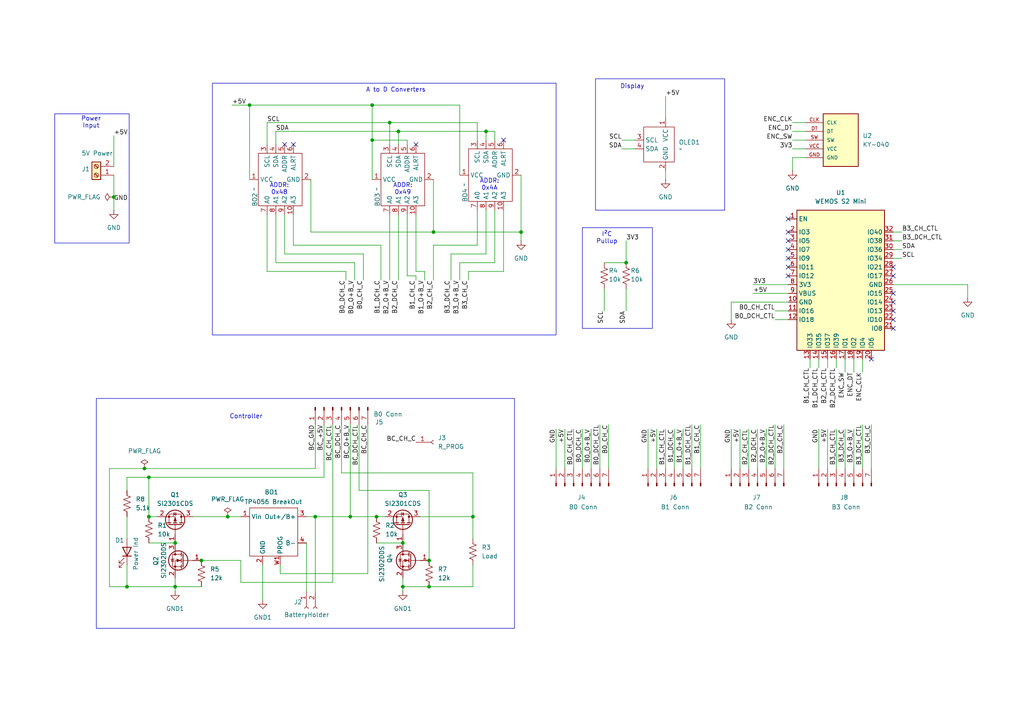
<source format=kicad_sch>
(kicad_sch (version 20231120) (generator "eeschema") (generator_version "8.0")
  (paper "A4")
  (lib_symbols
    (symbol "ADC_Modules:ADS1115_BO"
      (property "Reference" "BO" (at 4.318 -2.54 0))
      (symbol "ADS1115_BO_0_1"
        (rectangle (start -7.62 -3.81) (end 7.62 -16.51))
      )
      (symbol "ADS1115_BO_1_1"
        (pin power_in line (at 0 -1.27 270) (length 2.54) (name "VCC") (number "1"))
        (pin input line (at 10.16 -13.97 180) (length 2.54) (name "A3") (number "10"))
        (pin power_in line (at 0 -19.05 90) (length 2.54) (name "GND") (number "2"))
        (pin passive line (at -10.16 -6.35 0) (length 2.54) (name "SCL") (number "3"))
        (pin passive line (at -10.16 -8.89 0) (length 2.54) (name "SDA") (number "4"))
        (pin passive line (at -10.16 -11.43 0) (length 2.54) (name "ADDR") (number "5"))
        (pin passive line (at -10.16 -13.97 0) (length 2.54) (name "ALRT") (number "6"))
        (pin input line (at 10.16 -6.35 180) (length 2.54) (name "A0") (number "7"))
        (pin input line (at 10.16 -8.89 180) (length 2.54) (name "A1") (number "8"))
        (pin input line (at 10.16 -11.43 180) (length 2.54) (name "A2") (number "9"))
      )
    )
    (symbol "Connector:Conn_01x01_Socket" (pin_names (offset 1.016) hide)
      (property "Reference" "J" (at 0 2.54 0))
      (property "Value" "Conn_01x01_Socket" (at 0 -2.54 0))
      (symbol "Conn_01x01_Socket_1_1"
        (polyline (pts (xy -1.27 0) (xy -0.508 0)) (stroke (width 0.1524)))
        (arc (start 0 0.508) (mid -0.5058 0) (end 0 -0.508) (stroke (width 0.1524)))
        (pin passive line (at -5.08 0 0) (length 3.81) (name "Pin_1") (number "1"))
      )
    )
    (symbol "Connector:Conn_01x02_Socket" (pin_names (offset 1.016) hide)
      (property "Reference" "J" (at 0 2.54 0))
      (property "Value" "Conn_01x02_Socket" (at 0 -5.08 0))
      (symbol "Conn_01x02_Socket_1_1"
        (arc (start 0 -2.032) (mid -0.5058 -2.54) (end 0 -3.048) (stroke (width 0.1524)))
        (polyline (pts (xy -1.27 -2.54) (xy -0.508 -2.54)) (stroke (width 0.1524)))
        (polyline (pts (xy -1.27 0) (xy -0.508 0)) (stroke (width 0.1524)))
        (arc (start 0 0.508) (mid -0.5058 0) (end 0 -0.508) (stroke (width 0.1524)))
        (pin passive line (at -5.08 0 0) (length 3.81) (name "Pin_1") (number "1"))
        (pin passive line (at -5.08 -2.54 0) (length 3.81) (name "Pin_2") (number "2"))
      )
    )
    (symbol "Connector:Conn_01x07_Pin" (pin_names (offset 1.016) hide)
      (property "Reference" "J" (at 0 10.16 0))
      (property "Value" "Conn_01x07_Pin" (at 0 -10.16 0))
      (symbol "Conn_01x07_Pin_1_1"
        (polyline (pts (xy 1.27 -7.62) (xy 0.8636 -7.62)) (stroke (width 0.1524)))
        (polyline (pts (xy 1.27 -5.08) (xy 0.8636 -5.08)) (stroke (width 0.1524)))
        (polyline (pts (xy 1.27 -2.54) (xy 0.8636 -2.54)) (stroke (width 0.1524)))
        (polyline (pts (xy 1.27 0) (xy 0.8636 0)) (stroke (width 0.1524)))
        (polyline (pts (xy 1.27 2.54) (xy 0.8636 2.54)) (stroke (width 0.1524)))
        (polyline (pts (xy 1.27 5.08) (xy 0.8636 5.08)) (stroke (width 0.1524)))
        (polyline (pts (xy 1.27 7.62) (xy 0.8636 7.62)) (stroke (width 0.1524)))
        (rectangle (start 0.8636 -7.493) (end 0 -7.747) (stroke (width 0.1524)) (fill (type outline)))
        (rectangle (start 0.8636 -4.953) (end 0 -5.207) (stroke (width 0.1524)) (fill (type outline)))
        (rectangle (start 0.8636 -2.413) (end 0 -2.667) (stroke (width 0.1524)) (fill (type outline)))
        (rectangle (start 0.8636 0.127) (end 0 -0.127) (stroke (width 0.1524)) (fill (type outline)))
        (rectangle (start 0.8636 2.667) (end 0 2.413) (stroke (width 0.1524)) (fill (type outline)))
        (rectangle (start 0.8636 5.207) (end 0 4.953) (stroke (width 0.1524)) (fill (type outline)))
        (rectangle (start 0.8636 7.747) (end 0 7.493) (stroke (width 0.1524)) (fill (type outline)))
        (pin passive line (at 5.08 7.62 180) (length 3.81) (name "Pin_1") (number "1"))
        (pin passive line (at 5.08 5.08 180) (length 3.81) (name "Pin_2") (number "2"))
        (pin passive line (at 5.08 2.54 180) (length 3.81) (name "Pin_3") (number "3"))
        (pin passive line (at 5.08 0 180) (length 3.81) (name "Pin_4") (number "4"))
        (pin passive line (at 5.08 -2.54 180) (length 3.81) (name "Pin_5") (number "5"))
        (pin passive line (at 5.08 -5.08 180) (length 3.81) (name "Pin_6") (number "6"))
        (pin passive line (at 5.08 -7.62 180) (length 3.81) (name "Pin_7") (number "7"))
      )
    )
    (symbol "Connector:Screw_Terminal_01x02" (pin_names (offset 1.016) hide)
      (property "Reference" "J" (at 0 2.54 0))
      (property "Value" "Screw_Terminal_01x02" (at 0 -5.08 0))
      (symbol "Screw_Terminal_01x02_1_1"
        (rectangle (start -1.27 1.27) (end 1.27 -3.81) (stroke (width 0.254)) (fill (type background)))
        (circle (center 0 -2.54) (radius 0.635) (stroke (width 0.1524)))
        (polyline (pts (xy -0.5334 -2.2098) (xy 0.3302 -3.048)) (stroke (width 0.1524)))
        (polyline (pts (xy -0.5334 0.3302) (xy 0.3302 -0.508)) (stroke (width 0.1524)))
        (polyline (pts (xy -0.3556 -2.032) (xy 0.508 -2.8702)) (stroke (width 0.1524)))
        (polyline (pts (xy -0.3556 0.508) (xy 0.508 -0.3302)) (stroke (width 0.1524)))
        (circle (center 0 0) (radius 0.635) (stroke (width 0.1524)))
        (pin passive line (at -5.08 0 0) (length 3.81) (name "Pin_1") (number "1"))
        (pin passive line (at -5.08 -2.54 0) (length 3.81) (name "Pin_2") (number "2"))
      )
    )
    (symbol "Device:LED" (pin_numbers hide) (pin_names (offset 1.016) hide)
      (property "Reference" "D" (at 0 2.54 0))
      (property "Value" "LED" (at 0 -2.54 0))
      (symbol "LED_0_1"
        (polyline (pts (xy -1.27 -1.27) (xy -1.27 1.27)) (stroke (width 0.254)))
        (polyline (pts (xy -1.27 0) (xy 1.27 0)))
        (polyline (pts (xy 1.27 -1.27) (xy 1.27 1.27) (xy -1.27 0) (xy 1.27 -1.27)) (stroke (width 0.254)))
        (polyline (pts (xy -3.048 -0.762) (xy -4.572 -2.286) (xy -3.81 -2.286) (xy -4.572 -2.286) (xy -4.572 -1.524)))
        (polyline (pts (xy -1.778 -0.762) (xy -3.302 -2.286) (xy -2.54 -2.286) (xy -3.302 -2.286) (xy -3.302 -1.524)))
      )
      (symbol "LED_1_1"
        (pin passive line (at -3.81 0 0) (length 2.54) (name "K") (number "1"))
        (pin passive line (at 3.81 0 180) (length 2.54) (name "A") (number "2"))
      )
    )
    (symbol "Device:Q_NMOS_GSD" (pin_names (offset 0) hide)
      (property "Reference" "Q" (at 5.08 1.27 0))
      (property "Value" "Q_NMOS_GSD" (at 5.08 -1.27 0))
      (symbol "Q_NMOS_GSD_0_1"
        (polyline (pts (xy 0.254 0) (xy -2.54 0)))
        (polyline (pts (xy 0.254 1.905) (xy 0.254 -1.905)) (stroke (width 0.254)))
        (polyline (pts (xy 0.762 -1.27) (xy 0.762 -2.286)) (stroke (width 0.254)))
        (polyline (pts (xy 0.762 0.508) (xy 0.762 -0.508)) (stroke (width 0.254)))
        (polyline (pts (xy 0.762 2.286) (xy 0.762 1.27)) (stroke (width 0.254)))
        (polyline (pts (xy 2.54 2.54) (xy 2.54 1.778)))
        (polyline (pts (xy 2.54 -2.54) (xy 2.54 0) (xy 0.762 0)))
        (polyline (pts (xy 0.762 -1.778) (xy 3.302 -1.778) (xy 3.302 1.778) (xy 0.762 1.778)))
        (polyline (pts (xy 1.016 0) (xy 2.032 0.381) (xy 2.032 -0.381) (xy 1.016 0)) (fill (type outline)))
        (polyline (pts (xy 2.794 0.508) (xy 2.921 0.381) (xy 3.683 0.381) (xy 3.81 0.254)))
        (polyline (pts (xy 3.302 0.381) (xy 2.921 -0.254) (xy 3.683 -0.254) (xy 3.302 0.381)))
        (circle (center 1.651 0) (radius 2.794) (stroke (width 0.254)))
        (circle (center 2.54 -1.778) (radius 0.254) (fill (type outline)))
        (circle (center 2.54 1.778) (radius 0.254) (fill (type outline)))
      )
      (symbol "Q_NMOS_GSD_1_1"
        (pin input line (at -5.08 0 0) (length 2.54) (name "G") (number "1"))
        (pin passive line (at 2.54 -5.08 90) (length 2.54) (name "S") (number "2"))
        (pin passive line (at 2.54 5.08 270) (length 2.54) (name "D") (number "3"))
      )
    )
    (symbol "Device:Q_PMOS_GSD" (pin_names (offset 0) hide)
      (property "Reference" "Q" (at 5.08 1.27 0))
      (property "Value" "Q_PMOS_GSD" (at 5.08 -1.27 0))
      (symbol "Q_PMOS_GSD_0_1"
        (polyline (pts (xy 0.254 0) (xy -2.54 0)))
        (polyline (pts (xy 0.254 1.905) (xy 0.254 -1.905)) (stroke (width 0.254)))
        (polyline (pts (xy 0.762 -1.27) (xy 0.762 -2.286)) (stroke (width 0.254)))
        (polyline (pts (xy 0.762 0.508) (xy 0.762 -0.508)) (stroke (width 0.254)))
        (polyline (pts (xy 0.762 2.286) (xy 0.762 1.27)) (stroke (width 0.254)))
        (polyline (pts (xy 2.54 2.54) (xy 2.54 1.778)))
        (polyline (pts (xy 2.54 -2.54) (xy 2.54 0) (xy 0.762 0)))
        (polyline (pts (xy 0.762 1.778) (xy 3.302 1.778) (xy 3.302 -1.778) (xy 0.762 -1.778)))
        (polyline (pts (xy 2.286 0) (xy 1.27 0.381) (xy 1.27 -0.381) (xy 2.286 0)) (fill (type outline)))
        (polyline (pts (xy 2.794 -0.508) (xy 2.921 -0.381) (xy 3.683 -0.381) (xy 3.81 -0.254)))
        (polyline (pts (xy 3.302 -0.381) (xy 2.921 0.254) (xy 3.683 0.254) (xy 3.302 -0.381)))
        (circle (center 1.651 0) (radius 2.794) (stroke (width 0.254)))
        (circle (center 2.54 -1.778) (radius 0.254) (fill (type outline)))
        (circle (center 2.54 1.778) (radius 0.254) (fill (type outline)))
      )
      (symbol "Q_PMOS_GSD_1_1"
        (pin input line (at -5.08 0 0) (length 2.54) (name "G") (number "1"))
        (pin passive line (at 2.54 -5.08 90) (length 2.54) (name "S") (number "2"))
        (pin passive line (at 2.54 5.08 270) (length 2.54) (name "D") (number "3"))
      )
    )
    (symbol "Device:R_US" (pin_numbers hide) (pin_names (offset 0))
      (property "Reference" "R" (at 2.54 0 90))
      (property "Value" "R_US" (at -2.54 0 90))
      (symbol "R_US_0_1"
        (polyline (pts (xy 0 -2.286) (xy 0 -2.54)))
        (polyline (pts (xy 0 2.286) (xy 0 2.54)))
        (polyline (pts (xy 0 -0.762) (xy 1.016 -1.143) (xy 0 -1.524) (xy -1.016 -1.905) (xy 0 -2.286)))
        (polyline (pts (xy 0 0.762) (xy 1.016 0.381) (xy 0 0) (xy -1.016 -0.381) (xy 0 -0.762)))
        (polyline (pts (xy 0 2.286) (xy 1.016 1.905) (xy 0 1.524) (xy -1.016 1.143) (xy 0 0.762)))
      )
      (symbol "R_US_1_1"
        (pin passive line (at 0 3.81 270) (length 1.27) (name "~") (number "1"))
        (pin passive line (at 0 -3.81 90) (length 1.27) (name "~") (number "2"))
      )
    )
    (symbol "Display_Module:SSD13306_OLED_128x64"
      (property "Reference" "OLED" (at -4.826 6.096 0))
      (symbol "SSD13306_OLED_128x64_0_1"
        (rectangle (start 2.54 -5.08) (end -6.35 5.08))
      )
      (symbol "SSD13306_OLED_128x64_0_2"
        (rectangle (start -6.35 5.08) (end 2.54 -5.08))
      )
      (symbol "SSD13306_OLED_128x64_1_1"
        (pin power_in line (at 0 -7.62 90) (length 2.54) (name "GND") (number "1"))
        (pin power_in line (at 0 7.62 270) (length 2.54) (name "VCC") (number "2"))
        (pin bidirectional line (at -8.89 1.27 0) (length 2.54) (name "SCL") (number "3"))
        (pin bidirectional line (at -8.89 -1.27 0) (length 2.54) (name "SDA") (number "4"))
      )
      (symbol "SSD13306_OLED_128x64_1_2"
        (pin power_in line (at 0 7.62 270) (length 2.54) (name "VCC") (number "1"))
        (pin power_in line (at 0 -7.62 90) (length 2.54) (name "GND") (number "2"))
        (pin bidirectional line (at -8.89 1.27 0) (length 2.54) (name "SCL") (number "3"))
        (pin bidirectional line (at -8.89 -1.27 0) (length 2.54) (name "SDA") (number "4"))
      )
    )
    (symbol "LiPo_Charger_Board:TP4056_BreakOut_2"
      (property "Reference" "BO" (at -3.81 6.35 0))
      (property "Value" "TP4056 BreakOut" (at 9.906 6.35 0))
      (property "Footprint" "LiPo_Charger_Board:TP4056_BreakOut_2" (at 3.302 -18.542 0))
      (symbol "TP4056_BreakOut_2_0_1"
        (rectangle (start -6.35 5.08) (end 7.62 -8.89))
      )
      (symbol "TP4056_BreakOut_2_1_1"
        (pin power_in line (at -8.89 2.54 0) (length 2.54) (name "Vin") (number "1"))
        (pin power_in line (at -2.54 -11.43 90) (length 2.54) (name "GND") (number "2"))
        (pin power_out line (at 10.16 2.54 180) (length 2.54) (name "Out+/B+") (number "3"))
        (pin power_out line (at 10.16 -5.08 180) (length 2.54) (name "B-") (number "4"))
        (pin passive line (at 2.54 -11.43 90) (length 2.54) (name "PROG") (number "W1"))
      )
    )
    (symbol "MCU_Modules:WEMOS-S2-MINI"
      (property "Reference" "U" (at -11.43 29.21 0))
      (property "Value" "WEMOS S2 Mini" (at 12.7 29.21 0))
      (symbol "WEMOS-S2-MINI_0_1"
        (rectangle (start -12.7 27.94) (end 12.7 -12.7) (stroke (width 0.254)) (fill (type background)))
      )
      (symbol "WEMOS-S2-MINI_1_1"
        (pin input line (at -15.24 25.4 0) (length 2.54) (name "EN") (number "1"))
        (pin power_in line (at -15.24 1.27 0) (length 2.54) (name "GND") (number "10"))
        (pin bidirectional line (at -15.24 -1.27 0) (length 2.54) (name "IO16") (number "11"))
        (pin bidirectional line (at -15.24 -3.81 0) (length 2.54) (name "IO18") (number "12"))
        (pin bidirectional line (at -8.89 -15.24 90) (length 2.54) (name "IO33") (number "13"))
        (pin bidirectional line (at -6.35 -15.24 90) (length 2.54) (name "IO35") (number "14"))
        (pin bidirectional line (at -3.81 -15.24 90) (length 2.54) (name "IO37") (number "15"))
        (pin bidirectional line (at -1.27 -15.24 90) (length 2.54) (name "IO39") (number "16"))
        (pin bidirectional line (at 1.27 -15.24 90) (length 2.54) (name "IO1") (number "17"))
        (pin bidirectional line (at 3.81 -15.24 90) (length 2.54) (name "IO2") (number "18"))
        (pin bidirectional line (at 6.35 -15.24 90) (length 2.54) (name "IO4") (number "19"))
        (pin bidirectional line (at -15.24 21.59 0) (length 2.54) (name "IO3") (number "2"))
        (pin bidirectional line (at 8.89 -15.24 90) (length 2.54) (name "IO6") (number "20"))
        (pin bidirectional line (at 15.24 -6.35 180) (length 2.54) (name "IO8") (number "21"))
        (pin bidirectional line (at 15.24 -3.81 180) (length 2.54) (name "IO10") (number "22"))
        (pin bidirectional line (at 15.24 -1.27 180) (length 2.54) (name "IO13") (number "23"))
        (pin bidirectional line (at 15.24 1.27 180) (length 2.54) (name "IO14") (number "24"))
        (pin bidirectional line (at 15.24 3.81 180) (length 2.54) (name "IO15") (number "25"))
        (pin power_in line (at 15.24 6.35 180) (length 2.54) (name "GND") (number "26"))
        (pin bidirectional line (at 15.24 8.89 180) (length 2.54) (name "IO17") (number "27"))
        (pin bidirectional line (at 15.24 11.43 180) (length 2.54) (name "IO21") (number "28"))
        (pin bidirectional line (at 15.24 13.97 180) (length 2.54) (name "IO34") (number "29"))
        (pin bidirectional line (at -15.24 19.05 0) (length 2.54) (name "IO5") (number "3"))
        (pin bidirectional line (at 15.24 16.51 180) (length 2.54) (name "IO36") (number "30"))
        (pin bidirectional line (at 15.24 19.05 180) (length 2.54) (name "IO38") (number "31"))
        (pin bidirectional line (at 15.24 21.59 180) (length 2.54) (name "IO40") (number "32"))
        (pin bidirectional line (at -15.24 16.51 0) (length 2.54) (name "IO7") (number "4"))
        (pin bidirectional line (at -15.24 13.97 0) (length 2.54) (name "IO9") (number "5"))
        (pin bidirectional line (at -15.24 11.43 0) (length 2.54) (name "IO11") (number "6"))
        (pin bidirectional line (at -15.24 8.89 0) (length 2.54) (name "IO12") (number "7"))
        (pin power_out line (at -15.24 6.35 0) (length 2.54) (name "3V3") (number "8"))
        (pin power_out line (at -15.24 3.81 0) (length 2.54) (name "VBUS") (number "9"))
      )
    )
    (symbol "RotaryEncoders:KY-040" (pin_names (offset 1.016))
      (property "Reference" "U" (at -5.08 10.16 0))
      (property "Value" "KY-040" (at -5.08 -12.7 0))
      (symbol "KY-040_0_0"
        (rectangle (start -5.08 -7.62) (end 5.08 7.62) (stroke (width 0.254)) (fill (type background)))
        (pin output line (at -10.16 5.08 0) (length 5.08) (name "CLK") (number "CLK"))
        (pin output line (at -10.16 2.54 0) (length 5.08) (name "DT") (number "DT"))
        (pin power_in line (at -10.16 -5.08 0) (length 5.08) (name "GND") (number "GND"))
        (pin output line (at -10.16 0 0) (length 5.08) (name "SW") (number "SW"))
        (pin power_in line (at -10.16 -2.54 0) (length 5.08) (name "VCC") (number "VCC"))
      )
    )
    (symbol "power:GND" (power) (pin_numbers hide) (pin_names (offset 0) hide)
      (property "Value" "GND" (at 0 -3.81 0))
      (symbol "GND_0_1"
        (polyline (pts (xy 0 0) (xy 0 -1.27) (xy 1.27 -1.27) (xy 0 -2.54) (xy -1.27 -1.27) (xy 0 -1.27)))
      )
      (symbol "GND_1_1"
        (pin power_in line (at 0 0 270) (length 0) (name "~") (number "1"))
      )
    )
    (symbol "power:GND1" (power) (pin_numbers hide) (pin_names (offset 0) hide)
      (property "Value" "GND1" (at 0 -3.81 0))
      (symbol "GND1_0_1"
        (polyline (pts (xy 0 0) (xy 0 -1.27) (xy 1.27 -1.27) (xy 0 -2.54) (xy -1.27 -1.27) (xy 0 -1.27)))
      )
      (symbol "GND1_1_1"
        (pin power_in line (at 0 0 270) (length 0) (name "~") (number "1"))
      )
    )
    (symbol "power:PWR_FLAG" (power) (pin_numbers hide) (pin_names (offset 0) hide)
      (property "Value" "PWR_FLAG" (at 0 3.81 0))
      (symbol "PWR_FLAG_0_0"
        (pin power_out line (at 0 0 90) (length 0) (name "~") (number "1"))
      )
      (symbol "PWR_FLAG_0_1"
        (polyline (pts (xy 0 0) (xy 0 1.27) (xy -1.016 1.905) (xy 0 2.54) (xy 1.016 1.905) (xy 0 1.27)))
      )
    )
  )
  (junction (at 72.39 30.48))
  (junction (at 181.61 76.2))
  (junction (at 137.16 149.86))
  (junction (at 107.95 40.64))
  (junction (at 107.95 30.48))
  (junction (at 140.97 38.1))
  (junction (at 41.91 135.89))
  (junction (at 125.73 67.31))
  (junction (at 116.84 170.18))
  (junction (at 58.42 162.56))
  (junction (at 116.84 157.48))
  (junction (at 50.8 170.18))
  (junction (at 66.04 149.86))
  (junction (at 124.46 162.56))
  (junction (at 36.83 170.18))
  (junction (at 33.02 57.15))
  (junction (at 124.46 170.18))
  (junction (at 43.18 138.43))
  (junction (at 113.03 35.56))
  (junction (at 151.13 67.31))
  (junction (at 109.22 149.86))
  (junction (at 101.6 149.86))
  (junction (at 115.57 38.1))
  (junction (at 50.8 157.48))
  (junction (at 43.18 149.86))
  (junction (at 91.44 149.86))
  (no_connect (at 85.09 41.91))
  (no_connect (at 120.65 41.91))
  (no_connect (at 228.6 69.85))
  (no_connect (at 228.6 74.93))
  (no_connect (at 259.08 90.17))
  (no_connect (at 259.08 80.01))
  (no_connect (at 259.08 95.25))
  (no_connect (at 259.08 87.63))
  (no_connect (at 259.08 92.71))
  (no_connect (at 82.55 41.91))
  (no_connect (at 228.6 72.39))
  (no_connect (at 259.08 85.09))
  (no_connect (at 252.73 104.14))
  (no_connect (at 228.6 77.47))
  (no_connect (at 228.6 67.31))
  (no_connect (at 228.6 80.01))
  (no_connect (at 259.08 77.47))
  (no_connect (at 146.05 40.64))
  (no_connect (at 228.6 63.5))
  (wire (pts (xy 91.44 149.86) (xy 101.6 149.86)))
  (wire (pts (xy 88.9 157.48) (xy 88.9 171.45)))
  (wire (pts (xy 109.22 157.48) (xy 116.84 157.48)))
  (wire (pts (xy 69.85 162.56) (xy 69.85 168.91)))
  (wire (pts (xy 76.2 163.83) (xy 76.2 173.99)))
  (wire (pts (xy 218.44 82.55) (xy 228.6 82.55)))
  (wire (pts (xy 222.25 124.46) (xy 222.25 135.89)))
  (wire (pts (xy 36.83 156.21) (xy 36.83 149.86)))
  (wire (pts (xy 138.43 71.12) (xy 125.73 71.12)))
  (wire (pts (xy 81.28 163.83) (xy 81.28 166.37)))
  (wire (pts (xy 55.88 149.86) (xy 66.04 149.86)))
  (wire (pts (xy 58.42 162.56) (xy 69.85 162.56)))
  (wire (pts (xy 90.17 67.31) (xy 125.73 67.31)))
  (wire (pts (xy 125.73 52.07) (xy 125.73 67.31)))
  (wire (pts (xy 212.09 124.46) (xy 212.09 135.89)))
  (wire (pts (xy 245.11 104.14) (xy 245.11 107.95)))
  (wire (pts (xy 115.57 38.1) (xy 140.97 38.1)))
  (wire (pts (xy 85.09 71.12) (xy 85.09 62.23)))
  (wire (pts (xy 180.34 40.64) (xy 184.15 40.64)))
  (wire (pts (xy 180.34 43.18) (xy 184.15 43.18)))
  (wire (pts (xy 123.19 78.74) (xy 120.65 78.74)))
  (wire (pts (xy 77.47 41.91) (xy 77.47 35.56)))
  (wire (pts (xy 99.06 137.16) (xy 99.06 123.19)))
  (wire (pts (xy 113.03 35.56) (xy 113.03 41.91)))
  (wire (pts (xy 161.29 124.46) (xy 161.29 135.89)))
  (wire (pts (xy 110.49 71.12) (xy 85.09 71.12)))
  (wire (pts (xy 33.02 50.8) (xy 33.02 57.15)))
  (wire (pts (xy 36.83 138.43) (xy 43.18 138.43)))
  (wire (pts (xy 227.33 123.19) (xy 227.33 135.89)))
  (wire (pts (xy 113.03 62.23) (xy 113.03 81.28)))
  (wire (pts (xy 96.52 123.19) (xy 96.52 168.91)))
  (wire (pts (xy 224.79 123.19) (xy 224.79 135.89)))
  (wire (pts (xy 234.95 104.14) (xy 234.95 106.68)))
  (wire (pts (xy 69.85 168.91) (xy 96.52 168.91)))
  (wire (pts (xy 224.79 90.17) (xy 228.6 90.17)))
  (wire (pts (xy 140.97 38.1) (xy 140.97 40.64)))
  (wire (pts (xy 124.46 170.18) (xy 116.84 170.18)))
  (wire (pts (xy 229.87 43.18) (xy 233.68 43.18)))
  (wire (pts (xy 121.92 149.86) (xy 137.16 149.86)))
  (wire (pts (xy 77.47 35.56) (xy 113.03 35.56)))
  (wire (pts (xy 43.18 149.86) (xy 45.72 149.86)))
  (wire (pts (xy 77.47 62.23) (xy 77.47 78.74)))
  (wire (pts (xy 143.51 60.96) (xy 143.51 76.2)))
  (wire (pts (xy 247.65 104.14) (xy 247.65 107.95)))
  (wire (pts (xy 88.9 149.86) (xy 91.44 149.86)))
  (wire (pts (xy 137.16 163.83) (xy 137.16 170.18)))
  (wire (pts (xy 135.89 78.74) (xy 135.89 81.28)))
  (wire (pts (xy 124.46 142.24) (xy 104.14 142.24)))
  (wire (pts (xy 43.18 138.43) (xy 93.98 138.43)))
  (wire (pts (xy 133.35 76.2) (xy 133.35 81.28)))
  (wire (pts (xy 217.17 124.46) (xy 217.17 135.89)))
  (wire (pts (xy 33.02 39.37) (xy 33.02 48.26)))
  (wire (pts (xy 171.45 124.46) (xy 171.45 135.89)))
  (wire (pts (xy 58.42 170.18) (xy 50.8 170.18)))
  (wire (pts (xy 50.8 170.18) (xy 50.8 171.45)))
  (wire (pts (xy 190.5 124.46) (xy 190.5 135.89)))
  (wire (pts (xy 116.84 170.18) (xy 116.84 171.45)))
  (wire (pts (xy 80.01 41.91) (xy 80.01 38.1)))
  (wire (pts (xy 203.2 123.19) (xy 203.2 135.89)))
  (wire (pts (xy 104.14 142.24) (xy 104.14 123.19)))
  (wire (pts (xy 107.95 30.48) (xy 72.39 30.48)))
  (wire (pts (xy 166.37 124.46) (xy 166.37 135.89)))
  (wire (pts (xy 181.61 69.85) (xy 181.61 76.2)))
  (wire (pts (xy 101.6 123.19) (xy 101.6 149.86)))
  (wire (pts (xy 91.44 149.86) (xy 91.44 171.45)))
  (wire (pts (xy 31.75 170.18) (xy 31.75 135.89)))
  (wire (pts (xy 224.79 92.71) (xy 228.6 92.71)))
  (wire (pts (xy 259.08 67.31) (xy 261.62 67.31)))
  (wire (pts (xy 229.87 40.64) (xy 233.68 40.64)))
  (wire (pts (xy 245.11 124.46) (xy 245.11 135.89)))
  (wire (pts (xy 212.09 87.63) (xy 228.6 87.63)))
  (wire (pts (xy 146.05 60.96) (xy 146.05 78.74)))
  (wire (pts (xy 81.28 166.37) (xy 106.68 166.37)))
  (wire (pts (xy 259.08 69.85) (xy 261.62 69.85)))
  (wire (pts (xy 138.43 60.96) (xy 138.43 71.12)))
  (wire (pts (xy 195.58 124.46) (xy 195.58 135.89)))
  (wire (pts (xy 93.98 123.19) (xy 93.98 138.43)))
  (wire (pts (xy 82.55 73.66) (xy 105.41 73.66)))
  (wire (pts (xy 118.11 80.01) (xy 118.11 62.23)))
  (wire (pts (xy 151.13 67.31) (xy 151.13 50.8)))
  (wire (pts (xy 151.13 67.31) (xy 151.13 69.85)))
  (wire (pts (xy 109.22 149.86) (xy 111.76 149.86)))
  (wire (pts (xy 175.26 76.2) (xy 181.61 76.2)))
  (wire (pts (xy 67.31 30.48) (xy 72.39 30.48)))
  (wire (pts (xy 116.84 167.64) (xy 116.84 170.18)))
  (wire (pts (xy 133.35 30.48) (xy 133.35 50.8)))
  (wire (pts (xy 146.05 78.74) (xy 135.89 78.74)))
  (wire (pts (xy 140.97 73.66) (xy 130.81 73.66)))
  (wire (pts (xy 237.49 104.14) (xy 237.49 106.68)))
  (wire (pts (xy 50.8 167.64) (xy 50.8 170.18)))
  (wire (pts (xy 140.97 60.96) (xy 140.97 73.66)))
  (wire (pts (xy 31.75 170.18) (xy 36.83 170.18)))
  (wire (pts (xy 123.19 78.74) (xy 123.19 81.28)))
  (wire (pts (xy 107.95 40.64) (xy 107.95 52.07)))
  (wire (pts (xy 193.04 49.53) (xy 193.04 52.07)))
  (wire (pts (xy 100.33 78.74) (xy 100.33 81.28)))
  (wire (pts (xy 77.47 78.74) (xy 100.33 78.74)))
  (wire (pts (xy 31.75 135.89) (xy 41.91 135.89)))
  (wire (pts (xy 106.68 123.19) (xy 106.68 166.37)))
  (wire (pts (xy 214.63 124.46) (xy 214.63 135.89)))
  (wire (pts (xy 118.11 41.91) (xy 118.11 40.64)))
  (wire (pts (xy 242.57 124.46) (xy 242.57 135.89)))
  (wire (pts (xy 102.87 76.2) (xy 102.87 81.28)))
  (wire (pts (xy 280.67 82.55) (xy 280.67 86.36)))
  (wire (pts (xy 233.68 45.72) (xy 229.87 45.72)))
  (wire (pts (xy 250.19 104.14) (xy 250.19 107.95)))
  (wire (pts (xy 198.12 124.46) (xy 198.12 135.89)))
  (wire (pts (xy 137.16 170.18) (xy 124.46 170.18)))
  (wire (pts (xy 212.09 87.63) (xy 212.09 92.71)))
  (wire (pts (xy 143.51 40.64) (xy 143.51 38.1)))
  (wire (pts (xy 219.71 124.46) (xy 219.71 135.89)))
  (wire (pts (xy 168.91 124.46) (xy 168.91 135.89)))
  (wire (pts (xy 138.43 35.56) (xy 138.43 40.64)))
  (wire (pts (xy 91.44 123.19) (xy 91.44 135.89)))
  (wire (pts (xy 36.83 142.24) (xy 36.83 138.43)))
  (wire (pts (xy 41.91 135.89) (xy 91.44 135.89)))
  (wire (pts (xy 33.02 57.15) (xy 33.02 60.96)))
  (wire (pts (xy 193.04 124.46) (xy 193.04 135.89)))
  (wire (pts (xy 240.03 124.46) (xy 240.03 135.89)))
  (wire (pts (xy 143.51 76.2) (xy 133.35 76.2)))
  (wire (pts (xy 43.18 149.86) (xy 43.18 138.43)))
  (wire (pts (xy 80.01 38.1) (xy 115.57 38.1)))
  (wire (pts (xy 218.44 85.09) (xy 228.6 85.09)))
  (wire (pts (xy 242.57 104.14) (xy 242.57 106.68)))
  (wire (pts (xy 115.57 38.1) (xy 115.57 41.91)))
  (wire (pts (xy 137.16 137.16) (xy 99.06 137.16)))
  (wire (pts (xy 181.61 83.82) (xy 181.61 90.17)))
  (wire (pts (xy 120.65 78.74) (xy 120.65 62.23)))
  (wire (pts (xy 187.96 124.46) (xy 187.96 135.89)))
  (wire (pts (xy 118.11 40.64) (xy 107.95 40.64)))
  (wire (pts (xy 72.39 52.07) (xy 72.39 30.48)))
  (wire (pts (xy 250.19 123.19) (xy 250.19 135.89)))
  (wire (pts (xy 43.18 157.48) (xy 50.8 157.48)))
  (wire (pts (xy 115.57 62.23) (xy 115.57 81.28)))
  (wire (pts (xy 66.04 149.86) (xy 69.85 149.86)))
  (wire (pts (xy 133.35 30.48) (xy 107.95 30.48)))
  (wire (pts (xy 107.95 30.48) (xy 107.95 40.64)))
  (wire (pts (xy 237.49 124.46) (xy 237.49 135.89)))
  (wire (pts (xy 120.65 80.01) (xy 118.11 80.01)))
  (wire (pts (xy 229.87 38.1) (xy 233.68 38.1)))
  (wire (pts (xy 229.87 35.56) (xy 233.68 35.56)))
  (wire (pts (xy 229.87 45.72) (xy 229.87 49.53)))
  (wire (pts (xy 105.41 73.66) (xy 105.41 81.28)))
  (wire (pts (xy 80.01 62.23) (xy 80.01 76.2)))
  (wire (pts (xy 175.26 83.82) (xy 175.26 90.17)))
  (wire (pts (xy 137.16 149.86) (xy 137.16 156.21)))
  (wire (pts (xy 259.08 82.55) (xy 280.67 82.55)))
  (wire (pts (xy 113.03 35.56) (xy 138.43 35.56)))
  (wire (pts (xy 36.83 163.83) (xy 36.83 170.18)))
  (wire (pts (xy 247.65 124.46) (xy 247.65 135.89)))
  (wire (pts (xy 124.46 142.24) (xy 124.46 162.56)))
  (wire (pts (xy 259.08 72.39) (xy 261.62 72.39)))
  (wire (pts (xy 130.81 73.66) (xy 130.81 81.28)))
  (wire (pts (xy 36.83 170.18) (xy 50.8 170.18)))
  (wire (pts (xy 80.01 76.2) (xy 102.87 76.2)))
  (wire (pts (xy 143.51 38.1) (xy 140.97 38.1)))
  (wire (pts (xy 90.17 52.07) (xy 90.17 67.31)))
  (wire (pts (xy 163.83 124.46) (xy 163.83 135.89)))
  (wire (pts (xy 193.04 27.94) (xy 193.04 34.29)))
  (wire (pts (xy 200.66 123.19) (xy 200.66 135.89)))
  (wire (pts (xy 110.49 71.12) (xy 110.49 81.28)))
  (wire (pts (xy 259.08 74.93) (xy 261.62 74.93)))
  (wire (pts (xy 240.03 104.14) (xy 240.03 106.68)))
  (wire (pts (xy 101.6 149.86) (xy 109.22 149.86)))
  (wire (pts (xy 125.73 71.12) (xy 125.73 81.28)))
  (wire (pts (xy 120.65 80.01) (xy 120.65 81.28)))
  (wire (pts (xy 173.99 123.19) (xy 173.99 135.89)))
  (wire (pts (xy 176.53 123.19) (xy 176.53 135.89)))
  (wire (pts (xy 252.73 123.19) (xy 252.73 135.89)))
  (wire (pts (xy 137.16 137.16) (xy 137.16 149.86)))
  (wire (pts (xy 125.73 67.31) (xy 151.13 67.31)))
  (wire (pts (xy 82.55 62.23) (xy 82.55 73.66)))
  (rectangle (start 15.875 33.02) (end 37.465 70.485))
  (rectangle (start 61.595 24.13) (end 161.29 97.155))
  (rectangle (start 27.94 115.57) (end 149.225 182.245))
  (rectangle (start 172.72 22.86) (end 210.185 60.96))
  (rectangle (start 168.91 66.04) (end 189.23 95.25))
  (text "Power\nInput" (at 26.416 35.56 0) (effects (font (size 1.27 1.27))))
  (text "I²C\nPullup" (at 176.022 69.088 0) (effects (font (size 1.27 1.27))))
  (text "Display" (at 183.388 25.146 0) (effects (font (size 1.27 1.27))))
  (text "ADDR:\n0x48" (at 81.026 54.864 0) (effects (font (size 1.27 1.27))))
  (text "ADDR:\n0x4A" (at 141.986 53.594 0) (effects (font (size 1.27 1.27))))
  (text "Controller" (at 71.374 120.904 0) (effects (font (size 1.27 1.27))))
  (text "ADDR:\n0x49" (at 116.84 54.864 0) (effects (font (size 1.27 1.27))))
  (text "A to D Converters" (at 114.808 26.162 0) (effects (font (size 1.27 1.27))))
  (label "B1_CH_CTL" (at 234.95 106.68 270))
  (label "B3_CH_C" (at 135.89 81.28 270))
  (label "B1_CH_C" (at 203.2 123.19 270))
  (label "SCL" (at 180.34 40.64 180))
  (label "B1_O+B_V" (at 198.12 124.46 270))
  (label "BC_CH_CTL" (at 96.52 123.19 270))
  (label "3V3" (at 229.87 43.18 180))
  (label "SCL" (at 77.47 35.56 0))
  (label "B0_CH_CTL" (at 166.37 124.46 270))
  (label "B0_O+B_V" (at 102.87 81.28 270))
  (label "SDA" (at 80.01 38.1 0))
  (label "SDA" (at 180.34 43.18 180))
  (label "GND" (at 212.09 124.46 270))
  (label "B1_O+B_V" (at 123.19 81.28 270))
  (label "B3_DCH_CTL" (at 250.19 123.19 270))
  (label "B3_DCH_C" (at 245.11 124.46 270))
  (label "ENC_CLK" (at 229.87 35.56 180))
  (label "SCL" (at 175.26 90.17 270))
  (label "B3_O+B_V" (at 247.65 124.46 270))
  (label "B3_CH_C" (at 252.73 123.19 270))
  (label "B3_CH_CTL" (at 242.57 124.46 270))
  (label "BC_GND" (at 91.44 123.19 270))
  (label "BC_CH_C" (at 120.65 128.27 180))
  (label "GND" (at 161.29 124.46 270))
  (label "+5V" (at 67.31 30.48 0))
  (label "B3_DCH_C" (at 130.81 81.28 270))
  (label "BC_CH_C" (at 106.68 123.19 270))
  (label "B1_DCH_C" (at 195.58 124.46 270))
  (label "+5V" (at 190.5 124.46 270))
  (label "B3_O+B_V" (at 133.35 81.28 270))
  (label "B2_DCH_C" (at 115.57 81.28 270))
  (label "SDA" (at 261.62 72.39 0))
  (label "B0_CH_C" (at 105.41 81.28 270))
  (label "BC_+5V" (at 93.98 123.19 270))
  (label "3V3" (at 218.44 82.55 0))
  (label "B1_DCH_CTL" (at 200.66 123.19 270))
  (label "BC_O+B_V" (at 101.6 123.19 270))
  (label "SDA" (at 181.61 90.17 270))
  (label "B0_CH_C" (at 176.53 123.19 270))
  (label "GND" (at 187.96 124.46 270))
  (label "B2_CH_C" (at 125.73 81.28 270))
  (label "BC_DCH_C" (at 99.06 123.19 270))
  (label "B3_CH_CTL" (at 261.62 67.31 0))
  (label "+5V" (at 214.63 124.46 270))
  (label "3V3" (at 181.61 69.85 0))
  (label "B1_DCH_CTL" (at 237.49 106.68 270))
  (label "B1_CH_CTL" (at 193.04 124.46 270))
  (label "B2_O+B_V" (at 222.25 124.46 270))
  (label "+5V" (at 240.03 124.46 270))
  (label "B1_DCH_C" (at 110.49 81.28 270))
  (label "B2_CH_CTL" (at 217.17 124.46 270))
  (label "B0_CH_CTL" (at 224.79 90.17 180))
  (label "GND" (at 237.49 124.46 270))
  (label "ENC_SW" (at 245.11 107.95 270))
  (label "+5V" (at 218.44 85.09 0))
  (label "+5V" (at 33.02 39.37 0))
  (label "+5V" (at 163.83 124.46 270))
  (label "ENC_SW" (at 229.87 40.64 180))
  (label "+5V" (at 193.04 27.94 0))
  (label "B0_DCH_CTL" (at 173.99 123.19 270))
  (label "B2_CH_CTL" (at 240.03 106.68 270))
  (label "B0_DCH_C" (at 100.33 81.28 270))
  (label "ENC_DT" (at 229.87 38.1 180))
  (label "B2_CH_C" (at 227.33 123.19 270))
  (label "ENC_DT" (at 247.65 107.95 270))
  (label "B2_DCH_CTL" (at 224.79 123.19 270))
  (label "B3_DCH_CTL" (at 261.62 69.85 0))
  (label "B0_O+B_V" (at 171.45 124.46 270))
  (label "ENC_CLK" (at 250.19 107.95 270))
  (label "GND" (at 33.02 58.42 0))
  (label "B1_CH_C" (at 120.65 81.28 270))
  (label "BC_DCH_CTL" (at 104.14 123.19 270))
  (label "B2_DCH_CTL" (at 242.57 106.68 270))
  (label "B0_DCH_CTL" (at 224.79 92.71 180))
  (label "B2_O+B_V" (at 113.03 81.28 270))
  (label "B2_DCH_C" (at 219.71 124.46 270))
  (label "SCL" (at 261.62 74.93 0))
  (label "B0_DCH_C" (at 168.91 124.46 270))
  (symbol (lib_id "Connector:Conn_01x01_Socket") (at 125.73 128.27 0) (unit 1)
    (property "Reference" "J3" (at 127 126.9999 0) (effects (justify left)))
    (property "Value" "R_PROG" (at 127 129.5399 0) (effects (justify left)))
    (property "Footprint" "Connector_PinHeader_2.54mm:PinHeader_1x01_P2.54mm_Vertical" (effects (hide yes)))
    (property "Description" "Generic connector, single row, 01x01, script generated" (effects (hide yes)))
  )
  (symbol (lib_id "Device:R_US") (at 181.61 80.01 0) (unit 1)
    (property "Reference" "R6" (at 182.88 78.486 0) (effects (justify left)))
    (property "Value" "10k" (at 182.88 81.026 0) (effects (justify left)))
    (property "Footprint" "Resistor_SMD:R_1206_3216Metric_Pad1.30x1.75mm_HandSolder" (effects (hide yes)))
    (property "Description" "Resistor, US symbol" (effects (hide yes)))
  )
  (symbol (lib_id "power:GND") (at 280.67 86.36 0) (unit 1)
    (property "Reference" "#PWR08" (effects (hide yes)))
    (property "Value" "GND" (at 280.67 91.44 0))
    (property "Description" "Power symbol creates a global label with name \"GND\" , ground" (effects (hide yes)))
  )
  (symbol (lib_id "Device:R_US") (at 124.46 166.37 0) (unit 1)
    (property "Reference" "R7" (at 127 165.0999 0) (effects (justify left)))
    (property "Value" "12k" (at 127 167.6399 0) (effects (justify left)))
    (property "Footprint" "Resistor_SMD:R_1206_3216Metric_Pad1.30x1.75mm_HandSolder" (effects (hide yes)))
    (property "Description" "Resistor, US symbol" (effects (hide yes)))
  )
  (symbol (lib_id "Device:Q_NMOS_GSD") (at 119.38 162.56 0) (mirror y) (unit 1)
    (property "Reference" "Q4" (at 113.03 163.322 90) (effects (justify left)))
    (property "Value" "SI2302DDS" (at 110.744 168.91 90) (effects (justify left)))
    (property "Footprint" "Package_TO_SOT_SMD:SOT-23" (effects (hide yes)))
    (property "Description" "N-MOSFET transistor, gate/source/drain" (effects (hide yes)))
  )
  (symbol (lib_id "power:PWR_FLAG") (at 41.91 135.89 0) (unit 1)
    (property "Reference" "#FLG01" (effects (hide yes)))
    (property "Value" "PWR_FLAG" (at 41.91 130.81 0))
    (property "Description" "Special symbol for telling ERC where power comes from" (effects (hide yes)))
  )
  (symbol (lib_id "Connector:Conn_01x02_Socket") (at 88.9 176.53 90) (mirror x) (unit 1)
    (property "Reference" "J2" (at 87.63 174.6249 90) (effects (justify left)))
    (property "Value" "BatteryHolder" (at 95.504 178.308 90) (effects (justify left)))
    (property "Footprint" "Battery:BatteryHolder_MPD_BH-18650-PC2" (effects (hide yes)))
    (property "Description" "Generic connector, single row, 01x02, script generated" (effects (hide yes)))
  )
  (symbol (lib_id "power:PWR_FLAG") (at 66.04 149.86 0) (unit 1)
    (property "Reference" "#FLG03" (effects (hide yes)))
    (property "Value" "PWR_FLAG" (at 66.04 144.78 0))
    (property "Description" "Special symbol for telling ERC where power comes from" (effects (hide yes)))
  )
  (symbol (lib_id "Device:R_US") (at 58.42 166.37 0) (unit 1)
    (property "Reference" "R5" (at 60.96 165.0999 0) (effects (justify left)))
    (property "Value" "12k" (at 60.96 167.6399 0) (effects (justify left)))
    (property "Footprint" "Resistor_SMD:R_1206_3216Metric_Pad1.30x1.75mm_HandSolder" (effects (hide yes)))
    (property "Description" "Resistor, US symbol" (effects (hide yes)))
  )
  (symbol (lib_id "Device:R_US") (at 175.26 80.01 0) (unit 1)
    (property "Reference" "R4" (at 176.53 78.486 0) (effects (justify left)))
    (property "Value" "10k" (at 176.53 81.026 0) (effects (justify left)))
    (property "Footprint" "Resistor_SMD:R_1206_3216Metric_Pad1.30x1.75mm_HandSolder" (effects (hide yes)))
    (property "Description" "Resistor, US symbol" (effects (hide yes)))
  )
  (symbol (lib_id "Device:R_US") (at 137.16 160.02 0) (unit 1)
    (property "Reference" "R3" (at 139.7 158.7499 0) (effects (justify left)))
    (property "Value" "Load" (at 139.7 161.2899 0) (effects (justify left)))
    (property "Footprint" "Resistor_Custom_THT:R_Axial_Power_L47.0mm_W10.0mm_P48.0mm_SMD" (effects (hide yes)))
    (property "Description" "Resistor, US symbol" (effects (hide yes)))
  )
  (symbol (lib_id "power:GND") (at 193.04 52.07 0) (unit 1)
    (property "Reference" "#PWR05" (effects (hide yes)))
    (property "Value" "GND" (at 193.04 57.15 0))
    (property "Description" "Power symbol creates a global label with name \"GND\" , ground" (effects (hide yes)))
  )
  (symbol (lib_id "power:GND1") (at 50.8 171.45 0) (unit 1)
    (property "Reference" "#PWR010" (effects (hide yes)))
    (property "Value" "GND1" (at 50.8 176.53 0))
    (property "Description" "Power symbol creates a global label with name \"GND1\" , ground" (effects (hide yes)))
  )
  (symbol (lib_id "Connector:Conn_01x07_Pin") (at 245.11 140.97 90) (unit 1)
    (property "Reference" "J8" (at 244.856 144.272 90))
    (property "Value" "B3 Conn" (at 245.364 147.066 90))
    (property "Footprint" "Connectors_Wire_TC:SolderWire-1x07_P2.5mm_D0.8mm_OD1.8mm" (effects (hide yes)))
    (property "Description" "Generic connector, single row, 01x07, script generated" (effects (hide yes)))
  )
  (symbol (lib_id "Connector:Conn_01x07_Pin") (at 219.71 140.97 90) (unit 1)
    (property "Reference" "J7" (at 219.456 144.272 90))
    (property "Value" "B2 Conn" (at 219.964 147.066 90))
    (property "Footprint" "Connectors_Wire_TC:SolderWire-1x07_P2.5mm_D0.8mm_OD1.8mm" (effects (hide yes)))
    (property "Description" "Generic connector, single row, 01x07, script generated" (effects (hide yes)))
  )
  (symbol (lib_id "RotaryEncoders:KY-040") (at 243.84 40.64 0) (unit 1)
    (property "Reference" "U2" (at 250.19 39.3699 0) (effects (justify left)))
    (property "Value" "KY-040" (at 250.19 41.9099 0) (effects (justify left)))
    (property "Footprint" "RotaryEncoders:KY-040-PORT" (effects (hide yes)))
    (property "MF" "Joy-IT" (effects (hide yes)))
    (property "Description_1" "\nKY-5.0-4P Green(RAL6018/T) ; CONTACT WITH TIN PLATED MARK\n" (effects (hide yes)))
    (property "Package" "Package" (effects (hide yes)))
    (property "Price" "None" (effects (hide yes)))
    (property "SnapEDA_Link" "https://www.snapeda.com/parts/KY-040/Joy-IT/view-part/?ref=snap" (effects (hide yes)))
    (property "MP" "KY-040" (effects (hide yes)))
    (property "Availability" "Not in stock" (effects (hide yes)))
    (property "Check_prices" "https://www.snapeda.com/parts/KY-040/Joy-IT/view-part/?ref=eda" (effects (hide yes)))
  )
  (symbol (lib_id "Device:Q_PMOS_GSD") (at 50.8 152.4 270) (mirror x) (unit 1)
    (property "Reference" "Q1" (at 50.8 143.51 90))
    (property "Value" "SI2301CDS" (at 50.8 146.05 90))
    (property "Footprint" "Package_TO_SOT_SMD:SOT-23" (effects (hide yes)))
    (property "Description" "P-MOSFET transistor, gate/source/drain" (effects (hide yes)))
  )
  (symbol (lib_id "power:PWR_FLAG") (at 33.02 57.15 90) (unit 1)
    (property "Reference" "#FLG02" (effects (hide yes)))
    (property "Value" "PWR_FLAG" (at 29.21 57.1499 90) (effects (justify left)))
    (property "Description" "Special symbol for telling ERC where power comes from" (effects (hide yes)))
  )
  (symbol (lib_id "power:GND") (at 151.13 69.85 0) (unit 1)
    (property "Reference" "#PWR06" (effects (hide yes)))
    (property "Value" "GND" (at 151.13 74.93 0))
    (property "Description" "Power symbol creates a global label with name \"GND\" , ground" (effects (hide yes)))
  )
  (symbol (lib_id "Connector:Conn_01x07_Pin") (at 168.91 140.97 90) (unit 1)
    (property "Reference" "J4" (at 168.656 144.272 90))
    (property "Value" "B0 Conn" (at 169.164 147.066 90))
    (property "Footprint" "Connectors_Wire_TC:SolderWire-1x07_P2.5mm_D0.8mm_OD1.8mm" (effects (hide yes)))
    (property "Description" "Generic connector, single row, 01x07, script generated" (effects (hide yes)))
  )
  (symbol (lib_id "Connector:Conn_01x07_Pin") (at 99.06 118.11 90) (mirror x) (unit 1)
    (property "Reference" "J5" (at 109.982 122.428 90))
    (property "Value" "B0 Conn" (at 112.522 120.142 90))
    (property "Footprint" "Connectors_Wire_TC:SolderWire-1x07_P2.5mm_D0.8mm_OD1.8mm" (effects (hide yes)))
    (property "Description" "Generic connector, single row, 01x07, script generated" (effects (hide yes)))
  )
  (symbol (lib_id "Connector:Screw_Terminal_01x02") (at 27.94 50.8 180) (unit 1)
    (property "Reference" "J1" (at 24.892 49.022 0))
    (property "Value" "5V Power" (at 28.194 44.45 0))
    (property "Footprint" "TerminalBlock:TerminalBlock_bornier-2_P5.08mm" (effects (hide yes)))
    (property "Description" "Generic screw terminal, single row, 01x02, script generated (kicad-library-utils/schlib/autogen/connector/)" (effects (hide yes)))
  )
  (symbol (lib_id "Connector:Conn_01x07_Pin") (at 195.58 140.97 90) (unit 1)
    (property "Reference" "J6" (at 195.326 144.272 90))
    (property "Value" "B1 Conn" (at 195.834 147.066 90))
    (property "Footprint" "Connectors_Wire_TC:SolderWire-1x07_P2.5mm_D0.8mm_OD1.8mm" (effects (hide yes)))
    (property "Description" "Generic connector, single row, 01x07, script generated" (effects (hide yes)))
  )
  (symbol (lib_id "power:GND1") (at 76.2 173.99 0) (unit 1)
    (property "Reference" "#PWR02" (effects (hide yes)))
    (property "Value" "GND1" (at 76.2 179.07 0))
    (property "Description" "Power symbol creates a global label with name \"GND1\" , ground" (effects (hide yes)))
  )
  (symbol (lib_id "Display_Module:SSD13306_OLED_128x64") (at 193.04 41.91 0) (unit 1) (convert 2)
    (property "Reference" "OLED1" (at 196.85 41.2749 0) (effects (justify left)))
    (property "Value" "~" (at 196.85 43.18 0) (effects (justify left)))
    (property "Footprint" "Display_Module:SSD13306_OLED_128x64-2_NonPad_Mounting_Holes" (effects (hide yes)))
  )
  (symbol (lib_id "Device:R_US") (at 43.18 153.67 0) (unit 1)
    (property "Reference" "R1" (at 45.72 152.3999 0) (effects (justify left)))
    (property "Value" "10k" (at 45.72 154.9399 0) (effects (justify left)))
    (property "Footprint" "Resistor_SMD:R_1206_3216Metric_Pad1.30x1.75mm_HandSolder" (effects (hide yes)))
    (property "Description" "Resistor, US symbol" (effects (hide yes)))
  )
  (symbol (lib_id "Device:LED") (at 36.83 160.02 270) (mirror x) (unit 1)
    (property "Reference" "D1" (at 36.068 156.718 90) (effects (justify right)))
    (property "Value" "Power Ind" (at 39.37 155.702 0) (effects (justify right)))
    (property "Footprint" "LED_THT:LED_D3.0mm" (effects (hide yes)))
    (property "Description" "Light emitting diode" (effects (hide yes)))
  )
  (symbol (lib_id "Device:Q_PMOS_GSD") (at 116.84 152.4 270) (mirror x) (unit 1)
    (property "Reference" "Q3" (at 116.84 143.51 90))
    (property "Value" "SI2301CDS" (at 116.84 146.05 90))
    (property "Footprint" "Package_TO_SOT_SMD:SOT-23" (effects (hide yes)))
    (property "Description" "P-MOSFET transistor, gate/source/drain" (effects (hide yes)))
  )
  (symbol (lib_id "Device:R_US") (at 36.83 146.05 0) (unit 1)
    (property "Reference" "R8" (at 39.37 144.7799 0) (effects (justify left)))
    (property "Value" "5.1k" (at 39.37 147.3199 0) (effects (justify left)))
    (property "Footprint" "Resistor_SMD:R_1206_3216Metric_Pad1.30x1.75mm_HandSolder" (effects (hide yes)))
    (property "Description" "Resistor, US symbol" (effects (hide yes)))
  )
  (symbol (lib_id "power:GND") (at 212.09 92.71 0) (unit 1)
    (property "Reference" "#PWR07" (effects (hide yes)))
    (property "Value" "GND" (at 212.09 97.79 0))
    (property "Description" "Power symbol creates a global label with name \"GND\" , ground" (effects (hide yes)))
  )
  (symbol (lib_id "LiPo_Charger_Board:TP4056_BreakOut_2") (at 78.74 152.4 0) (unit 1)
    (property "Reference" "BO1" (at 78.74 142.748 0))
    (property "Value" "TP4056 BreakOut" (at 79.248 145.542 0))
    (property "Footprint" "LiPo_Charger_Board:TP4056_BreakOut_2" (effects (hide yes)))
  )
  (symbol (lib_id "Device:R_US") (at 109.22 153.67 0) (unit 1)
    (property "Reference" "R2" (at 111.76 152.3999 0) (effects (justify left)))
    (property "Value" "10k" (at 111.76 154.9399 0) (effects (justify left)))
    (property "Footprint" "Resistor_SMD:R_1206_3216Metric_Pad1.30x1.75mm_HandSolder" (effects (hide yes)))
    (property "Description" "Resistor, US symbol" (effects (hide yes)))
  )
  (symbol (lib_id "ADC_Modules:ADS1115_BO") (at 106.68 52.07 90) (mirror x) (unit 1)
    (property "Reference" "BO3" (at 109.474 55.88 0) (effects (justify left)))
    (property "Value" "~" (at 109.22 54.2641 0) (effects (justify left)))
    (property "Footprint" "ADC_Modules:ADS1115_BO" (effects (hide yes)))
  )
  (symbol (lib_id "MCU_Modules:WEMOS-S2-MINI") (at 243.84 88.9 0) (unit 1)
    (property "Reference" "U1" (at 243.84 55.88 0))
    (property "Value" "WEMOS S2 Mini" (at 243.84 58.42 0))
    (property "Footprint" "MCU_Modules:WEMOS_S2_mini_NoKeepOut" (effects (hide yes)))
    (property "Datasheet" "https://www.wemos.cc/en/latest/s2/s2_mini.html" (effects (hide yes)))
    (property "Description" "MCU Module based on ESP32-S2FN4R2" (effects (hide yes)))
  )
  (symbol (lib_id "ADC_Modules:ADS1115_BO") (at 71.12 52.07 90) (mirror x) (unit 1)
    (property "Reference" "BO2" (at 73.914 55.88 0) (effects (justify left)))
    (property "Value" "~" (at 73.66 54.2641 0) (effects (justify left)))
    (property "Footprint" "ADC_Modules:ADS1115_BO" (effects (hide yes)))
  )
  (symbol (lib_id "ADC_Modules:ADS1115_BO") (at 132.08 50.8 90) (mirror x) (unit 1)
    (property "Reference" "BO4" (at 134.874 54.61 0) (effects (justify left)))
    (property "Value" "~" (at 134.62 52.9941 0) (effects (justify left)))
    (property "Footprint" "ADC_Modules:ADS1115_BO" (effects (hide yes)))
  )
  (symbol (lib_id "power:GND") (at 229.87 49.53 0) (unit 1)
    (property "Reference" "#PWR09" (effects (hide yes)))
    (property "Value" "GND" (at 229.87 54.61 0))
    (property "Description" "Power symbol creates a global label with name \"GND\" , ground" (effects (hide yes)))
  )
  (symbol (lib_id "power:GND1") (at 116.84 171.45 0) (unit 1)
    (property "Reference" "#PWR03" (effects (hide yes)))
    (property "Value" "GND1" (at 116.84 176.53 0))
    (property "Description" "Power symbol creates a global label with name \"GND1\" , ground" (effects (hide yes)))
  )
  (symbol (lib_id "Device:Q_NMOS_GSD") (at 53.34 162.56 0) (mirror y) (unit 1)
    (property "Reference" "Q2" (at 45.212 164.084 90) (effects (justify left)))
    (property "Value" "SI2302DDS" (at 47.498 167.894 90) (effects (justify left)))
    (property "Footprint" "Package_TO_SOT_SMD:SOT-23" (effects (hide yes)))
    (property "Description" "N-MOSFET transistor, gate/source/drain" (effects (hide yes)))
  )
  (symbol (lib_id "power:GND") (at 33.02 60.96 0) (unit 1)
    (property "Reference" "#PWR01" (effects (hide yes)))
    (property "Value" "GND" (at 33.02 66.04 0))
    (property "Description" "Power symbol creates a global label with name \"GND\" , ground" (effects (hide yes)))
  )
)
</source>
